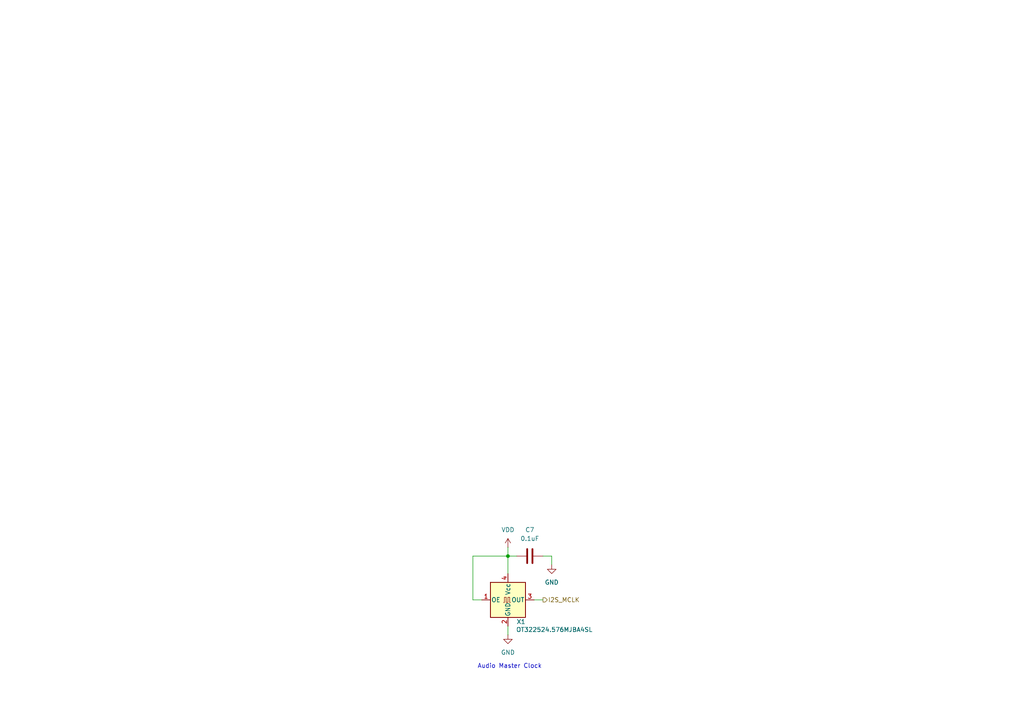
<source format=kicad_sch>
(kicad_sch (version 20250114) (generator "eeschema") (generator_version "9.0")
  (paper "A4")
  (lib_symbols
    (symbol "Device:C" (pin_numbers (hide yes)) (pin_names (offset 0.254))
      (property "Reference" "C" (at 0.635 2.54 0))
      (property "Value" "C" (at 0.635 -2.54 0))
      (symbol "C_0_1"
        (polyline (pts (xy -2.032 0.762) (xy 2.032 0.762)) (stroke (width 0.508)))
        (polyline (pts (xy -2.032 -0.762) (xy 2.032 -0.762)) (stroke (width 0.508)))
      )
      (symbol "C_1_1"
        (pin passive line (at 0 3.81 270) (length 2.794) (name "~") (number "1"))
        (pin passive line (at 0 -3.81 90) (length 2.794) (name "~") (number "2"))
      )
    )
    (symbol "Oscillator:SG-8002CE" (pin_names (offset 0.254))
      (property "Reference" "Y" (at -5.08 6.35 0))
      (property "Value" "SG-8002CE" (at 1.27 -6.35 0))
      (symbol "SG-8002CE_0_1"
        (rectangle (start -5.08 5.08) (end 5.08 -5.08) (stroke (width 0.254)) (fill (type background)))
        (polyline (pts (xy -1.27 -0.762) (xy -1.016 -0.762) (xy -1.016 0.762) (xy -0.508 0.762) (xy -0.508 -0.762) (xy 0 -0.762) (xy 0 0.762) (xy 0.508 0.762) (xy 0.508 -0.762) (xy 0.762 -0.762)))
      )
      (symbol "SG-8002CE_1_1"
        (pin input line (at -7.62 0 0) (length 2.54) (name "OE") (number "1"))
        (pin power_in line (at 0 7.62 270) (length 2.54) (name "Vcc") (number "4"))
        (pin power_in line (at 0 -7.62 90) (length 2.54) (name "GND") (number "2"))
        (pin output line (at 7.62 0 180) (length 2.54) (name "OUT") (number "3"))
      )
    )
    (symbol "power:GND" (power) (pin_numbers (hide yes)) (pin_names (offset 0) (hide yes))
      (property "Value" "GND" (at 0 -3.81 0))
      (symbol "GND_0_1"
        (polyline (pts (xy 0 0) (xy 0 -1.27) (xy 1.27 -1.27) (xy 0 -2.54) (xy -1.27 -1.27) (xy 0 -1.27)))
      )
      (symbol "GND_1_1"
        (pin power_in line (at 0 0 270) (length 0) (name "~") (number "1"))
      )
    )
    (symbol "power:VDD" (power) (pin_numbers (hide yes)) (pin_names (offset 0) (hide yes))
      (property "Value" "VDD" (at 0 3.556 0))
      (symbol "VDD_0_1"
        (polyline (pts (xy -0.762 1.27) (xy 0 2.54)))
        (polyline (pts (xy 0 2.54) (xy 0.762 1.27)))
        (polyline (pts (xy 0 0) (xy 0 2.54)))
      )
      (symbol "VDD_1_1"
        (pin power_in line (at 0 0 90) (length 0) (name "~") (number "1"))
      )
    )
  )
  (text "Audio Master Clock" (at 147.828 193.294 0) (effects (font (size 1.27 1.27))))
  (junction (at 147.32 161.29))
  (wire (pts (xy 160.02 163.83) (xy 160.02 161.29)))
  (wire (pts (xy 154.94 173.99) (xy 157.48 173.99)))
  (wire (pts (xy 147.32 161.29) (xy 147.32 166.37)))
  (wire (pts (xy 139.7 173.99) (xy 137.16 173.99)))
  (wire (pts (xy 137.16 161.29) (xy 147.32 161.29)))
  (wire (pts (xy 160.02 161.29) (xy 157.48 161.29)))
  (wire (pts (xy 137.16 173.99) (xy 137.16 161.29)))
  (wire (pts (xy 147.32 161.29) (xy 149.86 161.29)))
  (wire (pts (xy 147.32 158.75) (xy 147.32 161.29)))
  (wire (pts (xy 147.32 181.61) (xy 147.32 184.15)))
  (hierarchical_label "I2S_MCLK" (shape output) (at 157.48 173.99 0))
  (symbol (lib_id "power:GND") (at 147.32 184.15 0) (unit 1)
    (property "Reference" "#PWR09" (effects (hide yes)))
    (property "Value" "GND" (at 147.32 189.23 0))
    (property "Description" "Power symbol creates a global label with name \"GND\" , ground" (effects (hide yes)))
  )
  (symbol (lib_id "power:VDD") (at 147.32 158.75 0) (unit 1)
    (property "Reference" "#PWR08" (effects (hide yes)))
    (property "Value" "VDD" (at 147.32 153.67 0))
    (property "Description" "Power symbol creates a global label with name \"VDD\"" (effects (hide yes)))
  )
  (symbol (lib_id "Device:C") (at 153.67 161.29 90) (unit 1)
    (property "Reference" "C7" (at 153.67 153.67 90))
    (property "Value" "0.1uF" (at 153.67 156.21 90))
    (property "Footprint" "Capacitor_SMD:C_0603_1608Metric" (effects (hide yes)))
    (property "Description" "Unpolarized capacitor" (effects (hide yes)))
  )
  (symbol (lib_id "power:GND") (at 160.02 163.83 0) (unit 1)
    (property "Reference" "#PWR013" (effects (hide yes)))
    (property "Value" "GND" (at 160.02 168.91 0))
    (property "Description" "Power symbol creates a global label with name \"GND\" , ground" (effects (hide yes)))
  )
  (symbol (lib_id "Oscillator:SG-8002CE") (at 147.32 173.99 0) (unit 1)
    (property "Reference" "X1" (at 151.13 180.34 0))
    (property "Value" "OT322524.576MJBA4SL" (at 160.782 182.626 0))
    (property "Footprint" "Crystal:Crystal_SMD_3225-4Pin_3.2x2.5mm" (effects (hide yes)))
    (property "Datasheet" "https://support.epson.biz/td/api/doc_check.php?mode=dl&lang=en&Parts=SG-8002DC" (effects (hide yes)))
    (property "Description" "CMOS Clock Oscillator" (effects (hide yes)))
    (property "Part No." "OT322524.576MJBA4SL" (effects (hide yes)))
    (property "Vendor" "YXC" (effects (hide yes)))
    (property "Fetched" "4" (effects (hide yes)))
  )
)
</source>
